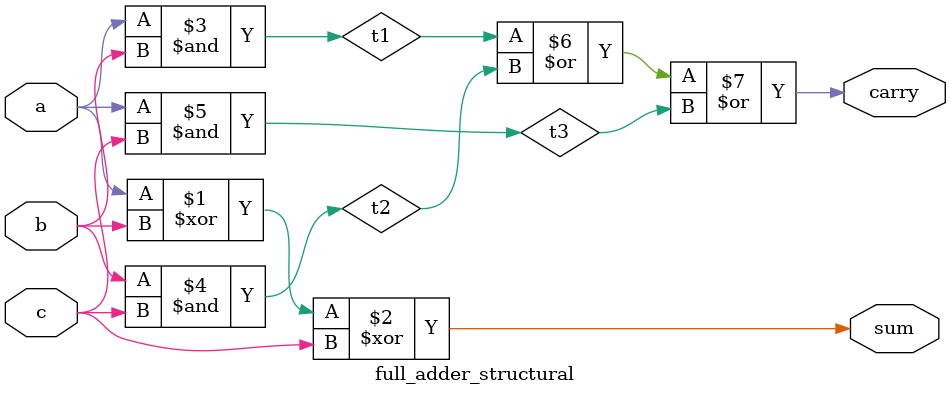
<source format=v>
`timescale 1ns / 1ps
module full_adder_structural(
    input a,
    input b,
    input c,
    output sum,
    output carry
    );
	 wire t1,t2,t3;
	 xor(sum,a,b,c);
	 and(t1,a,b);
	 and(t2,b,c);
	 and(t3,a,c);
	 or(carry,t1,t2,t3);
	 


endmodule

</source>
